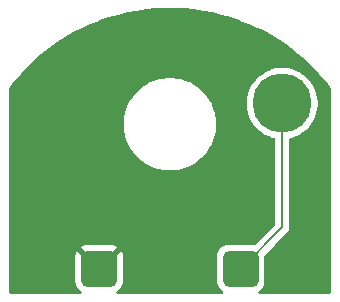
<source format=gbr>
%TF.GenerationSoftware,KiCad,Pcbnew,9.0.3*%
%TF.CreationDate,2025-07-17T16:21:41+10:00*%
%TF.ProjectId,motorMount,6d6f746f-724d-46f7-956e-742e6b696361,rev?*%
%TF.SameCoordinates,Original*%
%TF.FileFunction,Copper,L1,Top*%
%TF.FilePolarity,Positive*%
%FSLAX46Y46*%
G04 Gerber Fmt 4.6, Leading zero omitted, Abs format (unit mm)*
G04 Created by KiCad (PCBNEW 9.0.3) date 2025-07-17 16:21:41*
%MOMM*%
%LPD*%
G01*
G04 APERTURE LIST*
G04 Aperture macros list*
%AMRoundRect*
0 Rectangle with rounded corners*
0 $1 Rounding radius*
0 $2 $3 $4 $5 $6 $7 $8 $9 X,Y pos of 4 corners*
0 Add a 4 corners polygon primitive as box body*
4,1,4,$2,$3,$4,$5,$6,$7,$8,$9,$2,$3,0*
0 Add four circle primitives for the rounded corners*
1,1,$1+$1,$2,$3*
1,1,$1+$1,$4,$5*
1,1,$1+$1,$6,$7*
1,1,$1+$1,$8,$9*
0 Add four rect primitives between the rounded corners*
20,1,$1+$1,$2,$3,$4,$5,0*
20,1,$1+$1,$4,$5,$6,$7,0*
20,1,$1+$1,$6,$7,$8,$9,0*
20,1,$1+$1,$8,$9,$2,$3,0*%
G04 Aperture macros list end*
%TA.AperFunction,ComponentPad*%
%ADD10C,5.000000*%
%TD*%
%TA.AperFunction,SMDPad,CuDef*%
%ADD11RoundRect,0.450000X-1.050000X-1.050000X1.050000X-1.050000X1.050000X1.050000X-1.050000X1.050000X0*%
%TD*%
%TA.AperFunction,Conductor*%
%ADD12C,0.200000*%
%TD*%
G04 APERTURE END LIST*
D10*
%TO.P,H1,1,1*%
%TO.N,/motorpins*%
X138500000Y-98000000D03*
%TD*%
%TO.P,H2,1,1*%
%TO.N,Net-(H2-Pad1)*%
X158000000Y-94500000D03*
%TD*%
D11*
%TO.P,U1,1*%
%TO.N,/motorpins*%
X142500000Y-108500000D03*
%TO.P,U1,2*%
%TO.N,Net-(H2-Pad1)*%
X154500000Y-108500000D03*
%TD*%
D12*
%TO.N,/motorpins*%
X138500000Y-98000000D02*
X138500000Y-104500000D01*
X138500000Y-104500000D02*
X142500000Y-108500000D01*
%TO.N,Net-(H2-Pad1)*%
X158000000Y-105000000D02*
X154500000Y-108500000D01*
X158000000Y-93500000D02*
X158000000Y-105000000D01*
%TD*%
%TA.AperFunction,Conductor*%
%TO.N,/motorpins*%
G36*
X148909474Y-86405472D02*
G01*
X149715749Y-86443843D01*
X149721588Y-86444260D01*
X150525170Y-86520918D01*
X150530988Y-86521613D01*
X151329946Y-86636372D01*
X151335750Y-86637347D01*
X152128422Y-86789969D01*
X152134148Y-86791215D01*
X152918591Y-86981327D01*
X152924286Y-86982850D01*
X153698863Y-87210054D01*
X153704437Y-87211834D01*
X154467315Y-87475592D01*
X154472829Y-87477646D01*
X155222331Y-87777379D01*
X155227677Y-87779665D01*
X155886476Y-88080197D01*
X155962084Y-88114688D01*
X155967388Y-88117262D01*
X156360270Y-88319576D01*
X156685009Y-88486801D01*
X156690168Y-88489614D01*
X157389412Y-88892849D01*
X157394443Y-88895912D01*
X158073738Y-89331934D01*
X158078589Y-89335214D01*
X158297561Y-89490944D01*
X158736389Y-89803034D01*
X158741112Y-89806565D01*
X159375913Y-90305114D01*
X159380462Y-90308865D01*
X159990853Y-90837030D01*
X159995218Y-90840993D01*
X160579791Y-91397557D01*
X160583950Y-91401708D01*
X161141461Y-91985487D01*
X161145409Y-91989823D01*
X161555093Y-92461830D01*
X161674505Y-92599406D01*
X161678253Y-92603938D01*
X162072903Y-93104868D01*
X162098928Y-93169709D01*
X162099500Y-93181605D01*
X162099500Y-110475500D01*
X162079815Y-110542539D01*
X162027011Y-110588294D01*
X161975500Y-110599500D01*
X156098977Y-110599500D01*
X156031938Y-110579815D01*
X155986183Y-110527011D01*
X155976239Y-110457853D01*
X156005264Y-110394297D01*
X156041565Y-110365591D01*
X156075751Y-110347734D01*
X156225571Y-110225571D01*
X156347734Y-110075751D01*
X156437237Y-109904406D01*
X156490417Y-109718552D01*
X156500500Y-109605138D01*
X156500500Y-107400096D01*
X156520185Y-107333057D01*
X156536819Y-107312415D01*
X157386053Y-106463181D01*
X158358506Y-105490728D01*
X158358511Y-105490724D01*
X158368714Y-105480520D01*
X158368716Y-105480520D01*
X158480520Y-105368716D01*
X158559577Y-105231784D01*
X158600500Y-105079057D01*
X158600500Y-97539489D01*
X158620185Y-97472450D01*
X158672989Y-97426695D01*
X158696903Y-97418599D01*
X158831954Y-97387776D01*
X159150051Y-97276469D01*
X159453686Y-97130246D01*
X159739039Y-96950946D01*
X160002523Y-96740825D01*
X160240825Y-96502523D01*
X160450946Y-96239039D01*
X160630246Y-95953686D01*
X160776469Y-95650051D01*
X160887776Y-95331954D01*
X160962767Y-95003394D01*
X161000500Y-94668504D01*
X161000500Y-94331496D01*
X160962767Y-93996606D01*
X160887776Y-93668046D01*
X160776469Y-93349949D01*
X160630246Y-93046314D01*
X160450946Y-92760961D01*
X160240825Y-92497477D01*
X160002523Y-92259175D01*
X159739039Y-92049054D01*
X159453686Y-91869754D01*
X159453683Y-91869752D01*
X159150054Y-91723532D01*
X158831965Y-91612227D01*
X158831953Y-91612223D01*
X158503397Y-91537233D01*
X158503381Y-91537231D01*
X158168508Y-91499500D01*
X158168504Y-91499500D01*
X157831496Y-91499500D01*
X157831491Y-91499500D01*
X157496618Y-91537231D01*
X157496602Y-91537233D01*
X157168046Y-91612223D01*
X157168034Y-91612227D01*
X156849945Y-91723532D01*
X156546316Y-91869752D01*
X156260962Y-92049053D01*
X155997477Y-92259174D01*
X155759174Y-92497477D01*
X155549053Y-92760962D01*
X155369752Y-93046316D01*
X155223532Y-93349945D01*
X155112227Y-93668034D01*
X155112223Y-93668046D01*
X155037233Y-93996602D01*
X155037231Y-93996618D01*
X154999500Y-94331491D01*
X154999500Y-94668508D01*
X155037231Y-95003381D01*
X155037233Y-95003397D01*
X155112223Y-95331953D01*
X155112227Y-95331965D01*
X155223532Y-95650054D01*
X155369752Y-95953683D01*
X155369754Y-95953686D01*
X155549054Y-96239039D01*
X155759175Y-96502523D01*
X155997477Y-96740825D01*
X156260961Y-96950946D01*
X156546314Y-97130246D01*
X156849949Y-97276469D01*
X157088848Y-97360063D01*
X157168034Y-97387772D01*
X157168049Y-97387777D01*
X157212841Y-97398000D01*
X157303092Y-97418599D01*
X157364070Y-97452706D01*
X157396928Y-97514367D01*
X157399500Y-97539489D01*
X157399500Y-104699902D01*
X157379815Y-104766941D01*
X157363181Y-104787583D01*
X155687583Y-106463181D01*
X155626260Y-106496666D01*
X155599902Y-106499500D01*
X153394862Y-106499500D01*
X153389227Y-106500001D01*
X153281451Y-106509582D01*
X153095594Y-106562762D01*
X152924250Y-106652265D01*
X152774428Y-106774428D01*
X152652265Y-106924250D01*
X152562762Y-107095594D01*
X152509582Y-107281451D01*
X152499500Y-107394863D01*
X152499500Y-109605136D01*
X152509582Y-109718548D01*
X152562762Y-109904405D01*
X152562763Y-109904406D01*
X152652266Y-110075751D01*
X152699518Y-110133700D01*
X152774428Y-110225571D01*
X152896591Y-110325181D01*
X152924249Y-110347734D01*
X152958435Y-110365591D01*
X153008742Y-110414078D01*
X153024849Y-110482066D01*
X153001642Y-110547969D01*
X152946490Y-110590864D01*
X152901023Y-110599500D01*
X144097895Y-110599500D01*
X144030856Y-110579815D01*
X143985101Y-110527011D01*
X143975157Y-110457853D01*
X144004182Y-110394297D01*
X144040483Y-110365591D01*
X144075476Y-110347311D01*
X144225215Y-110225215D01*
X144347313Y-110075474D01*
X144436771Y-109904215D01*
X144489920Y-109718461D01*
X144489921Y-109718458D01*
X144499999Y-109605097D01*
X144499999Y-107394907D01*
X144499998Y-107394901D01*
X144489921Y-107281539D01*
X144436771Y-107095784D01*
X144375350Y-106978200D01*
X142764456Y-108589094D01*
X142703133Y-108622579D01*
X142633441Y-108617595D01*
X142589094Y-108589094D01*
X142500000Y-108500000D01*
X142410905Y-108589095D01*
X142349582Y-108622579D01*
X142279890Y-108617595D01*
X142235543Y-108589094D01*
X140624648Y-106978199D01*
X140624647Y-106978200D01*
X140563230Y-107095778D01*
X140563230Y-107095779D01*
X140510079Y-107281538D01*
X140510078Y-107281541D01*
X140500000Y-107394902D01*
X140500000Y-109605092D01*
X140500001Y-109605098D01*
X140510078Y-109718460D01*
X140563228Y-109904215D01*
X140652686Y-110075474D01*
X140774784Y-110225215D01*
X140924523Y-110347311D01*
X140959517Y-110365591D01*
X141009824Y-110414078D01*
X141025931Y-110482066D01*
X141002724Y-110547969D01*
X140947572Y-110590864D01*
X140902105Y-110599500D01*
X135024500Y-110599500D01*
X134957461Y-110579815D01*
X134911706Y-110527011D01*
X134900500Y-110475500D01*
X134900500Y-106624648D01*
X140978199Y-106624648D01*
X142500000Y-108146448D01*
X142500001Y-108146448D01*
X144021799Y-106624649D01*
X144021798Y-106624648D01*
X143904216Y-106563229D01*
X143718461Y-106510079D01*
X143718458Y-106510078D01*
X143605096Y-106500000D01*
X141394907Y-106500000D01*
X141394901Y-106500001D01*
X141281539Y-106510078D01*
X141095779Y-106563230D01*
X141095778Y-106563230D01*
X140978200Y-106624647D01*
X140978199Y-106624648D01*
X134900500Y-106624648D01*
X134900500Y-96058381D01*
X144599500Y-96058381D01*
X144599500Y-96076210D01*
X144599500Y-96441619D01*
X144605499Y-96502523D01*
X144637063Y-96823011D01*
X144711824Y-97198866D01*
X144711827Y-97198877D01*
X144823078Y-97565625D01*
X144969738Y-97919692D01*
X144969740Y-97919697D01*
X145150388Y-98257664D01*
X145150399Y-98257682D01*
X145363305Y-98576318D01*
X145363315Y-98576332D01*
X145606439Y-98872580D01*
X145877419Y-99143560D01*
X145877424Y-99143564D01*
X145877425Y-99143565D01*
X146173673Y-99386689D01*
X146492324Y-99599605D01*
X146492333Y-99599610D01*
X146492335Y-99599611D01*
X146830302Y-99780259D01*
X146830304Y-99780259D01*
X146830310Y-99780263D01*
X147184376Y-99926922D01*
X147551113Y-100038170D01*
X147551119Y-100038171D01*
X147551122Y-100038172D01*
X147551133Y-100038175D01*
X147926988Y-100112936D01*
X148308381Y-100150500D01*
X148308384Y-100150500D01*
X148691616Y-100150500D01*
X148691619Y-100150500D01*
X149073012Y-100112936D01*
X149146180Y-100098381D01*
X149448866Y-100038175D01*
X149448877Y-100038172D01*
X149448877Y-100038171D01*
X149448887Y-100038170D01*
X149815624Y-99926922D01*
X150169690Y-99780263D01*
X150507676Y-99599605D01*
X150826327Y-99386689D01*
X151122575Y-99143565D01*
X151393565Y-98872575D01*
X151636689Y-98576327D01*
X151849605Y-98257676D01*
X152030263Y-97919690D01*
X152176922Y-97565624D01*
X152288170Y-97198887D01*
X152288172Y-97198877D01*
X152288175Y-97198866D01*
X152362936Y-96823011D01*
X152394501Y-96502523D01*
X152400500Y-96441619D01*
X152400500Y-96058381D01*
X152362936Y-95676988D01*
X152357578Y-95650051D01*
X152288175Y-95301133D01*
X152288172Y-95301122D01*
X152288171Y-95301119D01*
X152288170Y-95301113D01*
X152176922Y-94934376D01*
X152030263Y-94580310D01*
X151849605Y-94242324D01*
X151636689Y-93923673D01*
X151393565Y-93627425D01*
X151393564Y-93627424D01*
X151393560Y-93627419D01*
X151122580Y-93356439D01*
X150826332Y-93113315D01*
X150826331Y-93113314D01*
X150826327Y-93113311D01*
X150507676Y-92900395D01*
X150507671Y-92900392D01*
X150507664Y-92900388D01*
X150169697Y-92719740D01*
X150169692Y-92719738D01*
X149815625Y-92573078D01*
X149448877Y-92461827D01*
X149448866Y-92461824D01*
X149073011Y-92387063D01*
X148785763Y-92358772D01*
X148691619Y-92349500D01*
X148308381Y-92349500D01*
X148221394Y-92358067D01*
X147926988Y-92387063D01*
X147551133Y-92461824D01*
X147551122Y-92461827D01*
X147184374Y-92573078D01*
X146830307Y-92719738D01*
X146830302Y-92719740D01*
X146492335Y-92900388D01*
X146492317Y-92900399D01*
X146173681Y-93113305D01*
X146173667Y-93113315D01*
X145877419Y-93356439D01*
X145606439Y-93627419D01*
X145363315Y-93923667D01*
X145363305Y-93923681D01*
X145150399Y-94242317D01*
X145150388Y-94242335D01*
X144969740Y-94580302D01*
X144969738Y-94580307D01*
X144823078Y-94934374D01*
X144711827Y-95301122D01*
X144711824Y-95301133D01*
X144637063Y-95676988D01*
X144609812Y-95953683D01*
X144599500Y-96058381D01*
X134900500Y-96058381D01*
X134900500Y-93181605D01*
X134920185Y-93114566D01*
X134927097Y-93104868D01*
X135321766Y-92603913D01*
X135325464Y-92599442D01*
X135854611Y-91989800D01*
X135858516Y-91985510D01*
X136416069Y-91401687D01*
X136420194Y-91397570D01*
X137004809Y-90840966D01*
X137009118Y-90837055D01*
X137619545Y-90308858D01*
X137624086Y-90305114D01*
X138258914Y-89806544D01*
X138263582Y-89803054D01*
X138921429Y-89335200D01*
X138926242Y-89331947D01*
X139605574Y-88895900D01*
X139610563Y-88892863D01*
X140309849Y-88489604D01*
X140314972Y-88486810D01*
X141032616Y-88117259D01*
X141037894Y-88114698D01*
X141772337Y-87779658D01*
X141777653Y-87777385D01*
X142527183Y-87477641D01*
X142532670Y-87475597D01*
X143295574Y-87211829D01*
X143301124Y-87210057D01*
X144075723Y-86982847D01*
X144081397Y-86981329D01*
X144865860Y-86791213D01*
X144871568Y-86789971D01*
X145664256Y-86637345D01*
X145670046Y-86636373D01*
X146469016Y-86521613D01*
X146474824Y-86520918D01*
X147278414Y-86444260D01*
X147284247Y-86443843D01*
X148090525Y-86405472D01*
X148096419Y-86405333D01*
X148903581Y-86405333D01*
X148909474Y-86405472D01*
G37*
%TD.AperFunction*%
%TD*%
M02*

</source>
